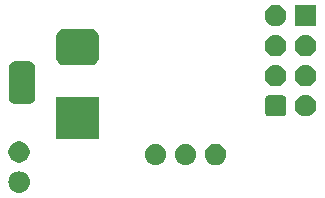
<source format=gbr>
G04 #@! TF.GenerationSoftware,KiCad,Pcbnew,(5.0.2-5)-5*
G04 #@! TF.CreationDate,2019-03-18T15:48:26+01:00*
G04 #@! TF.ProjectId,coffee-notification-button,636f6666-6565-42d6-9e6f-746966696361,00001*
G04 #@! TF.SameCoordinates,Original*
G04 #@! TF.FileFunction,Soldermask,Bot*
G04 #@! TF.FilePolarity,Negative*
%FSLAX46Y46*%
G04 Gerber Fmt 4.6, Leading zero omitted, Abs format (unit mm)*
G04 Created by KiCad (PCBNEW (5.0.2-5)-5) date 2019 March 18, Monday 15:48:26*
%MOMM*%
%LPD*%
G01*
G04 APERTURE LIST*
%ADD10C,0.100000*%
G04 APERTURE END LIST*
D10*
G36*
X106536443Y-100705519D02*
X106602627Y-100712037D01*
X106715853Y-100746384D01*
X106772467Y-100763557D01*
X106911087Y-100837652D01*
X106928991Y-100847222D01*
X106964729Y-100876552D01*
X107066186Y-100959814D01*
X107149448Y-101061271D01*
X107178778Y-101097009D01*
X107178779Y-101097011D01*
X107262443Y-101253533D01*
X107262443Y-101253534D01*
X107313963Y-101423373D01*
X107331359Y-101600000D01*
X107313963Y-101776627D01*
X107279616Y-101889853D01*
X107262443Y-101946467D01*
X107188348Y-102085087D01*
X107178778Y-102102991D01*
X107149448Y-102138729D01*
X107066186Y-102240186D01*
X106964729Y-102323448D01*
X106928991Y-102352778D01*
X106928989Y-102352779D01*
X106772467Y-102436443D01*
X106715853Y-102453616D01*
X106602627Y-102487963D01*
X106536442Y-102494482D01*
X106470260Y-102501000D01*
X106381740Y-102501000D01*
X106315558Y-102494482D01*
X106249373Y-102487963D01*
X106136147Y-102453616D01*
X106079533Y-102436443D01*
X105923011Y-102352779D01*
X105923009Y-102352778D01*
X105887271Y-102323448D01*
X105785814Y-102240186D01*
X105702552Y-102138729D01*
X105673222Y-102102991D01*
X105663652Y-102085087D01*
X105589557Y-101946467D01*
X105572384Y-101889853D01*
X105538037Y-101776627D01*
X105520641Y-101600000D01*
X105538037Y-101423373D01*
X105589557Y-101253534D01*
X105589557Y-101253533D01*
X105673221Y-101097011D01*
X105673222Y-101097009D01*
X105702552Y-101061271D01*
X105785814Y-100959814D01*
X105887271Y-100876552D01*
X105923009Y-100847222D01*
X105940913Y-100837652D01*
X106079533Y-100763557D01*
X106136147Y-100746384D01*
X106249373Y-100712037D01*
X106315557Y-100705519D01*
X106381740Y-100699000D01*
X106470260Y-100699000D01*
X106536443Y-100705519D01*
X106536443Y-100705519D01*
G37*
G36*
X120628408Y-98365091D02*
X120694592Y-98371609D01*
X120807818Y-98405956D01*
X120864432Y-98423129D01*
X120981386Y-98485643D01*
X121020956Y-98506794D01*
X121056694Y-98536124D01*
X121158151Y-98619386D01*
X121241413Y-98720843D01*
X121270743Y-98756581D01*
X121270744Y-98756583D01*
X121354408Y-98913105D01*
X121354408Y-98913106D01*
X121405928Y-99082945D01*
X121423324Y-99259572D01*
X121405928Y-99436199D01*
X121390584Y-99486782D01*
X121354408Y-99606039D01*
X121339273Y-99634354D01*
X121270743Y-99762563D01*
X121241413Y-99798301D01*
X121158151Y-99899758D01*
X121085445Y-99959425D01*
X121020956Y-100012350D01*
X121020954Y-100012351D01*
X120864432Y-100096015D01*
X120807818Y-100113188D01*
X120694592Y-100147535D01*
X120628407Y-100154054D01*
X120562225Y-100160572D01*
X120473705Y-100160572D01*
X120407522Y-100154053D01*
X120341338Y-100147535D01*
X120228112Y-100113188D01*
X120171498Y-100096015D01*
X120014976Y-100012351D01*
X120014974Y-100012350D01*
X119950485Y-99959425D01*
X119877779Y-99899758D01*
X119794517Y-99798301D01*
X119765187Y-99762563D01*
X119696657Y-99634354D01*
X119681522Y-99606039D01*
X119645346Y-99486782D01*
X119630002Y-99436199D01*
X119612606Y-99259572D01*
X119630002Y-99082945D01*
X119681522Y-98913106D01*
X119681522Y-98913105D01*
X119765186Y-98756583D01*
X119765187Y-98756581D01*
X119794517Y-98720843D01*
X119877779Y-98619386D01*
X119979236Y-98536124D01*
X120014974Y-98506794D01*
X120054544Y-98485643D01*
X120171498Y-98423129D01*
X120228112Y-98405956D01*
X120341338Y-98371609D01*
X120407522Y-98365091D01*
X120473705Y-98358572D01*
X120562225Y-98358572D01*
X120628408Y-98365091D01*
X120628408Y-98365091D01*
G37*
G36*
X118088408Y-98365091D02*
X118154592Y-98371609D01*
X118267818Y-98405956D01*
X118324432Y-98423129D01*
X118441386Y-98485643D01*
X118480956Y-98506794D01*
X118516694Y-98536124D01*
X118618151Y-98619386D01*
X118701413Y-98720843D01*
X118730743Y-98756581D01*
X118730744Y-98756583D01*
X118814408Y-98913105D01*
X118814408Y-98913106D01*
X118865928Y-99082945D01*
X118883324Y-99259572D01*
X118865928Y-99436199D01*
X118850584Y-99486782D01*
X118814408Y-99606039D01*
X118799273Y-99634354D01*
X118730743Y-99762563D01*
X118701413Y-99798301D01*
X118618151Y-99899758D01*
X118545445Y-99959425D01*
X118480956Y-100012350D01*
X118480954Y-100012351D01*
X118324432Y-100096015D01*
X118267818Y-100113188D01*
X118154592Y-100147535D01*
X118088407Y-100154054D01*
X118022225Y-100160572D01*
X117933705Y-100160572D01*
X117867522Y-100154053D01*
X117801338Y-100147535D01*
X117688112Y-100113188D01*
X117631498Y-100096015D01*
X117474976Y-100012351D01*
X117474974Y-100012350D01*
X117410485Y-99959425D01*
X117337779Y-99899758D01*
X117254517Y-99798301D01*
X117225187Y-99762563D01*
X117156657Y-99634354D01*
X117141522Y-99606039D01*
X117105346Y-99486782D01*
X117090002Y-99436199D01*
X117072606Y-99259572D01*
X117090002Y-99082945D01*
X117141522Y-98913106D01*
X117141522Y-98913105D01*
X117225186Y-98756583D01*
X117225187Y-98756581D01*
X117254517Y-98720843D01*
X117337779Y-98619386D01*
X117439236Y-98536124D01*
X117474974Y-98506794D01*
X117514544Y-98485643D01*
X117631498Y-98423129D01*
X117688112Y-98405956D01*
X117801338Y-98371609D01*
X117867522Y-98365091D01*
X117933705Y-98358572D01*
X118022225Y-98358572D01*
X118088408Y-98365091D01*
X118088408Y-98365091D01*
G37*
G36*
X123320777Y-98393196D02*
X123484749Y-98461116D01*
X123632319Y-98559719D01*
X123757818Y-98685218D01*
X123856421Y-98832788D01*
X123924341Y-98996760D01*
X123958965Y-99170831D01*
X123958965Y-99348313D01*
X123924341Y-99522384D01*
X123856421Y-99686356D01*
X123757818Y-99833926D01*
X123632319Y-99959425D01*
X123484749Y-100058028D01*
X123320777Y-100125948D01*
X123146706Y-100160572D01*
X122969224Y-100160572D01*
X122795153Y-100125948D01*
X122631181Y-100058028D01*
X122483611Y-99959425D01*
X122358112Y-99833926D01*
X122259509Y-99686356D01*
X122191589Y-99522384D01*
X122156965Y-99348313D01*
X122156965Y-99170831D01*
X122191589Y-98996760D01*
X122259509Y-98832788D01*
X122358112Y-98685218D01*
X122483611Y-98559719D01*
X122631181Y-98461116D01*
X122795153Y-98393196D01*
X122969224Y-98358572D01*
X123146706Y-98358572D01*
X123320777Y-98393196D01*
X123320777Y-98393196D01*
G37*
G36*
X106688812Y-98193624D02*
X106852784Y-98261544D01*
X107000354Y-98360147D01*
X107125853Y-98485646D01*
X107224456Y-98633216D01*
X107292376Y-98797188D01*
X107327000Y-98971259D01*
X107327000Y-99148741D01*
X107292376Y-99322812D01*
X107224456Y-99486784D01*
X107125853Y-99634354D01*
X107000354Y-99759853D01*
X106852784Y-99858456D01*
X106688812Y-99926376D01*
X106514741Y-99961000D01*
X106337259Y-99961000D01*
X106163188Y-99926376D01*
X105999216Y-99858456D01*
X105851646Y-99759853D01*
X105726147Y-99634354D01*
X105627544Y-99486784D01*
X105559624Y-99322812D01*
X105525000Y-99148741D01*
X105525000Y-98971259D01*
X105559624Y-98797188D01*
X105627544Y-98633216D01*
X105726147Y-98485646D01*
X105851646Y-98360147D01*
X105999216Y-98261544D01*
X106163188Y-98193624D01*
X106337259Y-98159000D01*
X106514741Y-98159000D01*
X106688812Y-98193624D01*
X106688812Y-98193624D01*
G37*
G36*
X113180000Y-97972000D02*
X109578000Y-97972000D01*
X109578000Y-94370000D01*
X113180000Y-94370000D01*
X113180000Y-97972000D01*
X113180000Y-97972000D01*
G37*
G36*
X130862294Y-94221633D02*
X131034694Y-94273931D01*
X131034696Y-94273932D01*
X131193583Y-94358859D01*
X131332849Y-94473151D01*
X131447141Y-94612417D01*
X131508569Y-94727341D01*
X131532069Y-94771306D01*
X131584367Y-94943706D01*
X131602025Y-95123000D01*
X131584367Y-95302294D01*
X131532069Y-95474694D01*
X131532068Y-95474696D01*
X131447141Y-95633583D01*
X131332849Y-95772849D01*
X131193583Y-95887141D01*
X131056280Y-95960531D01*
X131034694Y-95972069D01*
X130862294Y-96024367D01*
X130727931Y-96037600D01*
X130638069Y-96037600D01*
X130503706Y-96024367D01*
X130331306Y-95972069D01*
X130309720Y-95960531D01*
X130172417Y-95887141D01*
X130033151Y-95772849D01*
X129918859Y-95633583D01*
X129833932Y-95474696D01*
X129833931Y-95474694D01*
X129781633Y-95302294D01*
X129763975Y-95123000D01*
X129781633Y-94943706D01*
X129833931Y-94771306D01*
X129857431Y-94727341D01*
X129918859Y-94612417D01*
X130033151Y-94473151D01*
X130172417Y-94358859D01*
X130331304Y-94273932D01*
X130331306Y-94273931D01*
X130503706Y-94221633D01*
X130638069Y-94208400D01*
X130727931Y-94208400D01*
X130862294Y-94221633D01*
X130862294Y-94221633D01*
G37*
G36*
X128739702Y-94216579D02*
X128813653Y-94239011D01*
X128881804Y-94275439D01*
X128941538Y-94324462D01*
X128990561Y-94384196D01*
X129026989Y-94452347D01*
X129049421Y-94526298D01*
X129057600Y-94609340D01*
X129057600Y-95636660D01*
X129049421Y-95719702D01*
X129026989Y-95793653D01*
X128990561Y-95861804D01*
X128941538Y-95921538D01*
X128881804Y-95970561D01*
X128813653Y-96006989D01*
X128739702Y-96029421D01*
X128656660Y-96037600D01*
X127629340Y-96037600D01*
X127546298Y-96029421D01*
X127472347Y-96006989D01*
X127404196Y-95970561D01*
X127344462Y-95921538D01*
X127295439Y-95861804D01*
X127259011Y-95793653D01*
X127236579Y-95719702D01*
X127228400Y-95636660D01*
X127228400Y-94609340D01*
X127236579Y-94526298D01*
X127259011Y-94452347D01*
X127295439Y-94384196D01*
X127344462Y-94324462D01*
X127404196Y-94275439D01*
X127472347Y-94239011D01*
X127546298Y-94216579D01*
X127629340Y-94208400D01*
X128656660Y-94208400D01*
X128739702Y-94216579D01*
X128739702Y-94216579D01*
G37*
G36*
X107387084Y-91379970D02*
X107478522Y-91407707D01*
X107562779Y-91452743D01*
X107636640Y-91513360D01*
X107697257Y-91587221D01*
X107742293Y-91671478D01*
X107770030Y-91762916D01*
X107780000Y-91864141D01*
X107780000Y-94477859D01*
X107770030Y-94579084D01*
X107742293Y-94670522D01*
X107697257Y-94754779D01*
X107636640Y-94828640D01*
X107562779Y-94889257D01*
X107478522Y-94934293D01*
X107387084Y-94962030D01*
X107285859Y-94972000D01*
X106072141Y-94972000D01*
X105970916Y-94962030D01*
X105879478Y-94934293D01*
X105795221Y-94889257D01*
X105721360Y-94828640D01*
X105660743Y-94754779D01*
X105615707Y-94670522D01*
X105587970Y-94579084D01*
X105578000Y-94477859D01*
X105578000Y-91864141D01*
X105587970Y-91762916D01*
X105615707Y-91671478D01*
X105660743Y-91587221D01*
X105721360Y-91513360D01*
X105795221Y-91452743D01*
X105879478Y-91407707D01*
X105970916Y-91379970D01*
X106072141Y-91370000D01*
X107285859Y-91370000D01*
X107387084Y-91379970D01*
X107387084Y-91379970D01*
G37*
G36*
X130862294Y-91681633D02*
X131034694Y-91733931D01*
X131034696Y-91733932D01*
X131193583Y-91818859D01*
X131317434Y-91920500D01*
X131332849Y-91933151D01*
X131447140Y-92072416D01*
X131532069Y-92231306D01*
X131584367Y-92403706D01*
X131602025Y-92583000D01*
X131584367Y-92762294D01*
X131532069Y-92934694D01*
X131532068Y-92934696D01*
X131447141Y-93093583D01*
X131332849Y-93232849D01*
X131193583Y-93347141D01*
X131034696Y-93432068D01*
X131034694Y-93432069D01*
X130862294Y-93484367D01*
X130727931Y-93497600D01*
X130638069Y-93497600D01*
X130503706Y-93484367D01*
X130331306Y-93432069D01*
X130331304Y-93432068D01*
X130172417Y-93347141D01*
X130033151Y-93232849D01*
X129918859Y-93093583D01*
X129833932Y-92934696D01*
X129833931Y-92934694D01*
X129781633Y-92762294D01*
X129763975Y-92583000D01*
X129781633Y-92403706D01*
X129833931Y-92231306D01*
X129918860Y-92072416D01*
X130033151Y-91933151D01*
X130048566Y-91920500D01*
X130172417Y-91818859D01*
X130331304Y-91733932D01*
X130331306Y-91733931D01*
X130503706Y-91681633D01*
X130638069Y-91668400D01*
X130727931Y-91668400D01*
X130862294Y-91681633D01*
X130862294Y-91681633D01*
G37*
G36*
X128322294Y-91681633D02*
X128494694Y-91733931D01*
X128494696Y-91733932D01*
X128653583Y-91818859D01*
X128777434Y-91920500D01*
X128792849Y-91933151D01*
X128907140Y-92072416D01*
X128992069Y-92231306D01*
X129044367Y-92403706D01*
X129062025Y-92583000D01*
X129044367Y-92762294D01*
X128992069Y-92934694D01*
X128992068Y-92934696D01*
X128907141Y-93093583D01*
X128792849Y-93232849D01*
X128653583Y-93347141D01*
X128494696Y-93432068D01*
X128494694Y-93432069D01*
X128322294Y-93484367D01*
X128187931Y-93497600D01*
X128098069Y-93497600D01*
X127963706Y-93484367D01*
X127791306Y-93432069D01*
X127791304Y-93432068D01*
X127632417Y-93347141D01*
X127493151Y-93232849D01*
X127378859Y-93093583D01*
X127293932Y-92934696D01*
X127293931Y-92934694D01*
X127241633Y-92762294D01*
X127223975Y-92583000D01*
X127241633Y-92403706D01*
X127293931Y-92231306D01*
X127378860Y-92072416D01*
X127493151Y-91933151D01*
X127508566Y-91920500D01*
X127632417Y-91818859D01*
X127791304Y-91733932D01*
X127791306Y-91733931D01*
X127963706Y-91681633D01*
X128098069Y-91668400D01*
X128187931Y-91668400D01*
X128322294Y-91681633D01*
X128322294Y-91681633D01*
G37*
G36*
X112605978Y-88634293D02*
X112739627Y-88674835D01*
X112862782Y-88740662D01*
X112970739Y-88829261D01*
X113059338Y-88937218D01*
X113125165Y-89060373D01*
X113165707Y-89194022D01*
X113180000Y-89339140D01*
X113180000Y-91002860D01*
X113165707Y-91147978D01*
X113125165Y-91281627D01*
X113059338Y-91404782D01*
X112970739Y-91512739D01*
X112862782Y-91601338D01*
X112739627Y-91667165D01*
X112605978Y-91707707D01*
X112460860Y-91722000D01*
X110297140Y-91722000D01*
X110152022Y-91707707D01*
X110018373Y-91667165D01*
X109895218Y-91601338D01*
X109787261Y-91512739D01*
X109698662Y-91404782D01*
X109632835Y-91281627D01*
X109592293Y-91147978D01*
X109578000Y-91002860D01*
X109578000Y-89339140D01*
X109592293Y-89194022D01*
X109632835Y-89060373D01*
X109698662Y-88937218D01*
X109787261Y-88829261D01*
X109895218Y-88740662D01*
X110018373Y-88674835D01*
X110152022Y-88634293D01*
X110297140Y-88620000D01*
X112460860Y-88620000D01*
X112605978Y-88634293D01*
X112605978Y-88634293D01*
G37*
G36*
X130862294Y-89141633D02*
X131034694Y-89193931D01*
X131034696Y-89193932D01*
X131193583Y-89278859D01*
X131193585Y-89278860D01*
X131193584Y-89278860D01*
X131332849Y-89393151D01*
X131447140Y-89532416D01*
X131532069Y-89691306D01*
X131584367Y-89863706D01*
X131602025Y-90043000D01*
X131584367Y-90222294D01*
X131532069Y-90394694D01*
X131532068Y-90394696D01*
X131447141Y-90553583D01*
X131332849Y-90692849D01*
X131193583Y-90807141D01*
X131034696Y-90892068D01*
X131034694Y-90892069D01*
X130862294Y-90944367D01*
X130727931Y-90957600D01*
X130638069Y-90957600D01*
X130503706Y-90944367D01*
X130331306Y-90892069D01*
X130331304Y-90892068D01*
X130172417Y-90807141D01*
X130033151Y-90692849D01*
X129918859Y-90553583D01*
X129833932Y-90394696D01*
X129833931Y-90394694D01*
X129781633Y-90222294D01*
X129763975Y-90043000D01*
X129781633Y-89863706D01*
X129833931Y-89691306D01*
X129918860Y-89532416D01*
X130033151Y-89393151D01*
X130172416Y-89278860D01*
X130172415Y-89278860D01*
X130172417Y-89278859D01*
X130331304Y-89193932D01*
X130331306Y-89193931D01*
X130503706Y-89141633D01*
X130638069Y-89128400D01*
X130727931Y-89128400D01*
X130862294Y-89141633D01*
X130862294Y-89141633D01*
G37*
G36*
X128322294Y-89141633D02*
X128494694Y-89193931D01*
X128494696Y-89193932D01*
X128653583Y-89278859D01*
X128653585Y-89278860D01*
X128653584Y-89278860D01*
X128792849Y-89393151D01*
X128907140Y-89532416D01*
X128992069Y-89691306D01*
X129044367Y-89863706D01*
X129062025Y-90043000D01*
X129044367Y-90222294D01*
X128992069Y-90394694D01*
X128992068Y-90394696D01*
X128907141Y-90553583D01*
X128792849Y-90692849D01*
X128653583Y-90807141D01*
X128494696Y-90892068D01*
X128494694Y-90892069D01*
X128322294Y-90944367D01*
X128187931Y-90957600D01*
X128098069Y-90957600D01*
X127963706Y-90944367D01*
X127791306Y-90892069D01*
X127791304Y-90892068D01*
X127632417Y-90807141D01*
X127493151Y-90692849D01*
X127378859Y-90553583D01*
X127293932Y-90394696D01*
X127293931Y-90394694D01*
X127241633Y-90222294D01*
X127223975Y-90043000D01*
X127241633Y-89863706D01*
X127293931Y-89691306D01*
X127378860Y-89532416D01*
X127493151Y-89393151D01*
X127632416Y-89278860D01*
X127632415Y-89278860D01*
X127632417Y-89278859D01*
X127791304Y-89193932D01*
X127791306Y-89193931D01*
X127963706Y-89141633D01*
X128098069Y-89128400D01*
X128187931Y-89128400D01*
X128322294Y-89141633D01*
X128322294Y-89141633D01*
G37*
G36*
X131597600Y-88417600D02*
X129768400Y-88417600D01*
X129768400Y-86588400D01*
X131597600Y-86588400D01*
X131597600Y-88417600D01*
X131597600Y-88417600D01*
G37*
G36*
X128409776Y-86623547D02*
X128409778Y-86623548D01*
X128409779Y-86623548D01*
X128576225Y-86692492D01*
X128576226Y-86692493D01*
X128726026Y-86792586D01*
X128853414Y-86919974D01*
X128853416Y-86919977D01*
X128953508Y-87069775D01*
X129022452Y-87236221D01*
X129057600Y-87412920D01*
X129057600Y-87593080D01*
X129022452Y-87769779D01*
X128953508Y-87936225D01*
X128953507Y-87936226D01*
X128853414Y-88086026D01*
X128726026Y-88213414D01*
X128726023Y-88213416D01*
X128576225Y-88313508D01*
X128409779Y-88382452D01*
X128409778Y-88382452D01*
X128409776Y-88382453D01*
X128233082Y-88417600D01*
X128052918Y-88417600D01*
X127876224Y-88382453D01*
X127876222Y-88382452D01*
X127876221Y-88382452D01*
X127709775Y-88313508D01*
X127559977Y-88213416D01*
X127559974Y-88213414D01*
X127432586Y-88086026D01*
X127332493Y-87936226D01*
X127332492Y-87936225D01*
X127263548Y-87769779D01*
X127228400Y-87593080D01*
X127228400Y-87412920D01*
X127263548Y-87236221D01*
X127332492Y-87069775D01*
X127432584Y-86919977D01*
X127432586Y-86919974D01*
X127559974Y-86792586D01*
X127709774Y-86692493D01*
X127709775Y-86692492D01*
X127876221Y-86623548D01*
X127876222Y-86623548D01*
X127876224Y-86623547D01*
X128052918Y-86588400D01*
X128233082Y-86588400D01*
X128409776Y-86623547D01*
X128409776Y-86623547D01*
G37*
M02*

</source>
